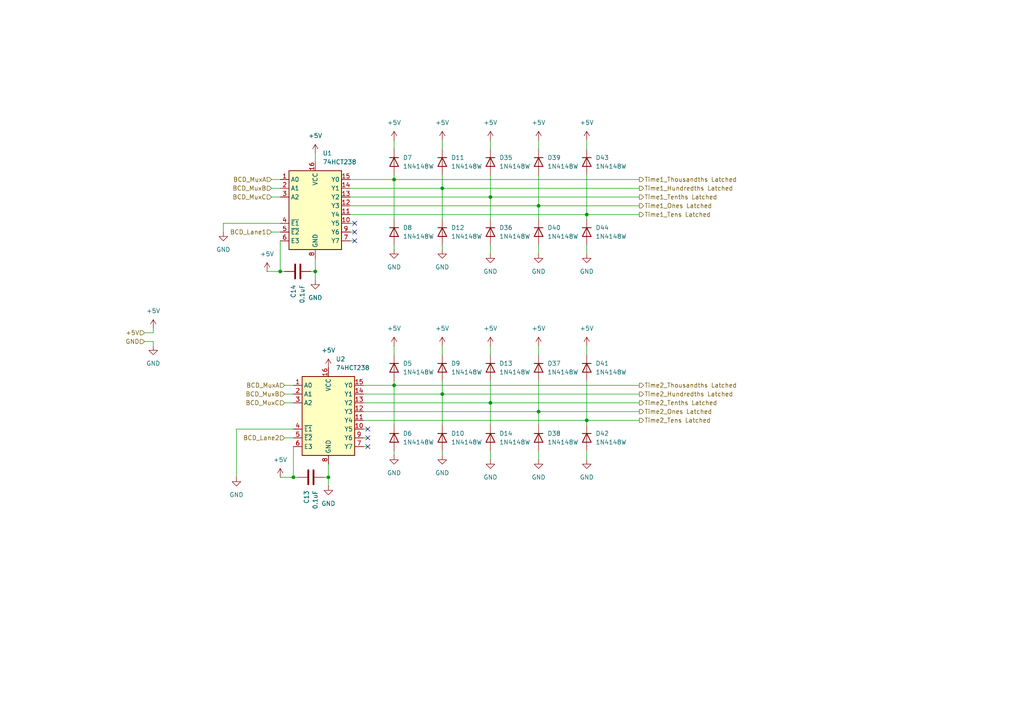
<source format=kicad_sch>
(kicad_sch (version 20250114) (generator "eeschema") (generator_version "9.0")
  (paper "A4")
  (lib_symbols
    (symbol "74xx:74HCT238"
      (property "Reference" "U" (at -7.62 13.97 0))
      (property "Value" "74HCT238" (at 2.54 -11.43 0))
      (symbol "74HCT238_0_1"
        (rectangle (start -7.62 12.7) (end 7.62 -10.16) (stroke (width 0.254)) (fill (type background)))
      )
      (symbol "74HCT238_1_1"
        (pin input line (at -10.16 10.16 0) (length 2.54) (name "A0") (number "1"))
        (pin input line (at -10.16 7.62 0) (length 2.54) (name "A1") (number "2"))
        (pin input line (at -10.16 5.08 0) (length 2.54) (name "A2") (number "3"))
        (pin input line (at -10.16 -2.54 0) (length 2.54) (name "~{E1}") (number "4"))
        (pin input line (at -10.16 -5.08 0) (length 2.54) (name "~{E2}") (number "5"))
        (pin input line (at -10.16 -7.62 0) (length 2.54) (name "E3") (number "6"))
        (pin power_in line (at 0 15.24 270) (length 2.54) (name "VCC") (number "16"))
        (pin power_in line (at 0 -12.7 90) (length 2.54) (name "GND") (number "8"))
        (pin output line (at 10.16 10.16 180) (length 2.54) (name "Y0") (number "15"))
        (pin output line (at 10.16 7.62 180) (length 2.54) (name "Y1") (number "14"))
        (pin output line (at 10.16 5.08 180) (length 2.54) (name "Y2") (number "13"))
        (pin output line (at 10.16 2.54 180) (length 2.54) (name "Y3") (number "12"))
        (pin output line (at 10.16 0 180) (length 2.54) (name "Y4") (number "11"))
        (pin output line (at 10.16 -2.54 180) (length 2.54) (name "Y5") (number "10"))
        (pin output line (at 10.16 -5.08 180) (length 2.54) (name "Y6") (number "9"))
        (pin output line (at 10.16 -7.62 180) (length 2.54) (name "Y7") (number "7"))
      )
    )
    (symbol "Device:C" (pin_numbers (hide yes)) (pin_names (offset 0.254))
      (property "Reference" "C" (at 0.635 2.54 0))
      (property "Value" "C" (at 0.635 -2.54 0))
      (symbol "C_0_1"
        (polyline (pts (xy -2.032 0.762) (xy 2.032 0.762)) (stroke (width 0.508)))
        (polyline (pts (xy -2.032 -0.762) (xy 2.032 -0.762)) (stroke (width 0.508)))
      )
      (symbol "C_1_1"
        (pin passive line (at 0 3.81 270) (length 2.794) (name "~") (number "1"))
        (pin passive line (at 0 -3.81 90) (length 2.794) (name "~") (number "2"))
      )
    )
    (symbol "Diode:1N4148W" (pin_numbers (hide yes)) (pin_names (hide yes))
      (property "Reference" "D" (at 0 2.54 0))
      (property "Value" "1N4148W" (at 0 -2.54 0))
      (symbol "1N4148W_0_1"
        (polyline (pts (xy -1.27 1.27) (xy -1.27 -1.27)) (stroke (width 0.254)))
        (polyline (pts (xy 1.27 1.27) (xy 1.27 -1.27) (xy -1.27 0) (xy 1.27 1.27)) (stroke (width 0.254)))
        (polyline (pts (xy 1.27 0) (xy -1.27 0)))
      )
      (symbol "1N4148W_1_1"
        (pin passive line (at -3.81 0 0) (length 2.54) (name "K") (number "1"))
        (pin passive line (at 3.81 0 180) (length 2.54) (name "A") (number "2"))
      )
    )
    (symbol "power:+5V" (power) (pin_numbers (hide yes)) (pin_names (offset 0) (hide yes))
      (property "Value" "+5V" (at 0 3.556 0))
      (symbol "+5V_0_1"
        (polyline (pts (xy -0.762 1.27) (xy 0 2.54)))
        (polyline (pts (xy 0 2.54) (xy 0.762 1.27)))
        (polyline (pts (xy 0 0) (xy 0 2.54)))
      )
      (symbol "+5V_1_1"
        (pin power_in line (at 0 0 90) (length 0) (name "~") (number "1"))
      )
    )
    (symbol "power:GND" (power) (pin_numbers (hide yes)) (pin_names (offset 0) (hide yes))
      (property "Value" "GND" (at 0 -3.81 0))
      (symbol "GND_0_1"
        (polyline (pts (xy 0 0) (xy 0 -1.27) (xy 1.27 -1.27) (xy 0 -2.54) (xy -1.27 -1.27) (xy 0 -1.27)))
      )
      (symbol "GND_1_1"
        (pin power_in line (at 0 0 270) (length 0) (name "~") (number "1"))
      )
    )
  )
  (junction (at 91.44 78.74))
  (junction (at 156.21 59.69))
  (junction (at 114.3 111.76))
  (junction (at 81.28 78.74))
  (junction (at 85.09 138.43))
  (junction (at 142.24 116.84))
  (junction (at 142.24 57.15))
  (junction (at 95.25 138.43))
  (junction (at 156.21 119.38))
  (junction (at 128.27 114.3))
  (junction (at 170.18 62.23))
  (junction (at 170.18 121.92))
  (junction (at 128.27 54.61))
  (junction (at 114.3 52.07))
  (no_connect (at 102.87 67.31))
  (no_connect (at 102.87 69.85))
  (no_connect (at 106.68 127))
  (no_connect (at 102.87 64.77))
  (no_connect (at 106.68 124.46))
  (no_connect (at 106.68 129.54))
  (wire (pts (xy 105.41 124.46) (xy 106.68 124.46)))
  (wire (pts (xy 78.74 57.15) (xy 81.28 57.15)))
  (wire (pts (xy 156.21 102.87) (xy 156.21 100.33)))
  (wire (pts (xy 114.3 40.64) (xy 114.3 43.18)))
  (wire (pts (xy 128.27 72.39) (xy 128.27 71.12)))
  (wire (pts (xy 68.58 124.46) (xy 85.09 124.46)))
  (wire (pts (xy 156.21 130.81) (xy 156.21 133.35)))
  (wire (pts (xy 170.18 62.23) (xy 170.18 50.8)))
  (wire (pts (xy 142.24 100.33) (xy 142.24 102.87)))
  (wire (pts (xy 93.98 138.43) (xy 95.25 138.43)))
  (wire (pts (xy 114.3 100.33) (xy 114.3 102.87)))
  (wire (pts (xy 91.44 74.93) (xy 91.44 78.74)))
  (wire (pts (xy 128.27 114.3) (xy 185.42 114.3)))
  (wire (pts (xy 101.6 54.61) (xy 128.27 54.61)))
  (wire (pts (xy 114.3 72.39) (xy 114.3 71.12)))
  (wire (pts (xy 156.21 119.38) (xy 185.42 119.38)))
  (wire (pts (xy 128.27 114.3) (xy 128.27 110.49)))
  (wire (pts (xy 156.21 71.12) (xy 156.21 73.66)))
  (wire (pts (xy 44.45 99.06) (xy 44.45 100.33)))
  (wire (pts (xy 41.91 99.06) (xy 44.45 99.06)))
  (wire (pts (xy 95.25 134.62) (xy 95.25 138.43)))
  (wire (pts (xy 114.3 110.49) (xy 114.3 111.76)))
  (wire (pts (xy 105.41 129.54) (xy 106.68 129.54)))
  (wire (pts (xy 101.6 64.77) (xy 102.87 64.77)))
  (wire (pts (xy 128.27 40.64) (xy 128.27 43.18)))
  (wire (pts (xy 170.18 121.92) (xy 185.42 121.92)))
  (wire (pts (xy 81.28 78.74) (xy 82.55 78.74)))
  (wire (pts (xy 105.41 127) (xy 106.68 127)))
  (wire (pts (xy 91.44 81.28) (xy 91.44 78.74)))
  (wire (pts (xy 142.24 57.15) (xy 142.24 63.5)))
  (wire (pts (xy 170.18 62.23) (xy 170.18 63.5)))
  (wire (pts (xy 128.27 54.61) (xy 128.27 63.5)))
  (wire (pts (xy 156.21 59.69) (xy 185.42 59.69)))
  (wire (pts (xy 114.3 111.76) (xy 114.3 123.19)))
  (wire (pts (xy 101.6 59.69) (xy 156.21 59.69)))
  (wire (pts (xy 170.18 100.33) (xy 170.18 102.87)))
  (wire (pts (xy 78.74 54.61) (xy 81.28 54.61)))
  (wire (pts (xy 68.58 138.43) (xy 68.58 124.46)))
  (wire (pts (xy 82.55 127) (xy 85.09 127)))
  (wire (pts (xy 105.41 114.3) (xy 128.27 114.3)))
  (wire (pts (xy 128.27 132.08) (xy 128.27 130.81)))
  (wire (pts (xy 101.6 69.85) (xy 102.87 69.85)))
  (wire (pts (xy 142.24 116.84) (xy 142.24 123.19)))
  (wire (pts (xy 142.24 57.15) (xy 142.24 50.8)))
  (wire (pts (xy 64.77 67.31) (xy 64.77 64.77)))
  (wire (pts (xy 77.47 78.74) (xy 81.28 78.74)))
  (wire (pts (xy 101.6 52.07) (xy 114.3 52.07)))
  (wire (pts (xy 156.21 59.69) (xy 156.21 63.5)))
  (wire (pts (xy 64.77 64.77) (xy 81.28 64.77)))
  (wire (pts (xy 170.18 121.92) (xy 170.18 123.19)))
  (wire (pts (xy 101.6 67.31) (xy 102.87 67.31)))
  (wire (pts (xy 85.09 138.43) (xy 86.36 138.43)))
  (wire (pts (xy 128.27 54.61) (xy 185.42 54.61)))
  (wire (pts (xy 156.21 59.69) (xy 156.21 50.8)))
  (wire (pts (xy 82.55 114.3) (xy 85.09 114.3)))
  (wire (pts (xy 156.21 43.18) (xy 156.21 40.64)))
  (wire (pts (xy 128.27 114.3) (xy 128.27 123.19)))
  (wire (pts (xy 105.41 119.38) (xy 156.21 119.38)))
  (wire (pts (xy 156.21 119.38) (xy 156.21 110.49)))
  (wire (pts (xy 114.3 52.07) (xy 114.3 63.5)))
  (wire (pts (xy 105.41 116.84) (xy 142.24 116.84)))
  (wire (pts (xy 90.17 78.74) (xy 91.44 78.74)))
  (wire (pts (xy 82.55 116.84) (xy 85.09 116.84)))
  (wire (pts (xy 101.6 62.23) (xy 170.18 62.23)))
  (wire (pts (xy 114.3 50.8) (xy 114.3 52.07)))
  (wire (pts (xy 142.24 130.81) (xy 142.24 133.35)))
  (wire (pts (xy 128.27 100.33) (xy 128.27 102.87)))
  (wire (pts (xy 85.09 129.54) (xy 85.09 138.43)))
  (wire (pts (xy 44.45 95.25) (xy 44.45 96.52)))
  (wire (pts (xy 128.27 54.61) (xy 128.27 50.8)))
  (wire (pts (xy 81.28 138.43) (xy 85.09 138.43)))
  (wire (pts (xy 142.24 110.49) (xy 142.24 116.84)))
  (wire (pts (xy 114.3 132.08) (xy 114.3 130.81)))
  (wire (pts (xy 78.74 52.07) (xy 81.28 52.07)))
  (wire (pts (xy 142.24 57.15) (xy 185.42 57.15)))
  (wire (pts (xy 101.6 57.15) (xy 142.24 57.15)))
  (wire (pts (xy 81.28 69.85) (xy 81.28 78.74)))
  (wire (pts (xy 142.24 116.84) (xy 185.42 116.84)))
  (wire (pts (xy 170.18 73.66) (xy 170.18 71.12)))
  (wire (pts (xy 142.24 71.12) (xy 142.24 73.66)))
  (wire (pts (xy 41.91 96.52) (xy 44.45 96.52)))
  (wire (pts (xy 114.3 52.07) (xy 185.42 52.07)))
  (wire (pts (xy 91.44 44.45) (xy 91.44 46.99)))
  (wire (pts (xy 142.24 40.64) (xy 142.24 43.18)))
  (wire (pts (xy 170.18 40.64) (xy 170.18 43.18)))
  (wire (pts (xy 95.25 140.97) (xy 95.25 138.43)))
  (wire (pts (xy 82.55 111.76) (xy 85.09 111.76)))
  (wire (pts (xy 156.21 119.38) (xy 156.21 123.19)))
  (wire (pts (xy 170.18 133.35) (xy 170.18 130.81)))
  (wire (pts (xy 78.74 67.31) (xy 81.28 67.31)))
  (wire (pts (xy 114.3 111.76) (xy 185.42 111.76)))
  (wire (pts (xy 170.18 62.23) (xy 185.42 62.23)))
  (wire (pts (xy 170.18 121.92) (xy 170.18 110.49)))
  (wire (pts (xy 105.41 121.92) (xy 170.18 121.92)))
  (wire (pts (xy 105.41 111.76) (xy 114.3 111.76)))
  (hierarchical_label "Time1_Tenths Latched" (shape output) (at 185.42 57.15 0))
  (hierarchical_label "Time2_Tens Latched" (shape output) (at 185.42 121.92 0))
  (hierarchical_label "Time2_Thousandths Latched" (shape output) (at 185.42 111.76 0))
  (hierarchical_label "Time2_Hundredths Latched" (shape output) (at 185.42 114.3 0))
  (hierarchical_label "BCD_MuxB" (shape input) (at 82.55 114.3 180))
  (hierarchical_label "Time2_Ones Latched" (shape output) (at 185.42 119.38 0))
  (hierarchical_label "BCD_MuxC" (shape input) (at 82.55 116.84 180))
  (hierarchical_label "BCD_Lane1" (shape input) (at 78.74 67.31 180))
  (hierarchical_label "BCD_MuxA" (shape input) (at 78.74 52.07 180))
  (hierarchical_label "Time1_Hundredths Latched" (shape output) (at 185.42 54.61 0))
  (hierarchical_label "Time1_Tens Latched" (shape output) (at 185.42 62.23 0))
  (hierarchical_label "BCD_MuxA" (shape input) (at 82.55 111.76 180))
  (hierarchical_label "+5V" (shape input) (at 41.91 96.52 180))
  (hierarchical_label "BCD_MuxB" (shape input) (at 78.74 54.61 180))
  (hierarchical_label "GND" (shape input) (at 41.91 99.06 180))
  (hierarchical_label "Time2_Tenths Latched" (shape output) (at 185.42 116.84 0))
  (hierarchical_label "BCD_MuxC" (shape input) (at 78.74 57.15 180))
  (hierarchical_label "Time1_Ones Latched" (shape output) (at 185.42 59.69 0))
  (hierarchical_label "Time1_Thousandths Latched" (shape output) (at 185.42 52.07 0))
  (hierarchical_label "BCD_Lane2" (shape input) (at 82.55 127 180))
  (symbol (lib_id "power:+5V") (at 156.21 40.64 0) (unit 1)
    (property "Reference" "#PWR040" (effects (hide yes)))
    (property "Value" "+5V" (at 156.21 35.56 0))
    (property "Description" "Power symbol creates a global label with name \"+5V\"" (effects (hide yes)))
  )
  (symbol (lib_id "Device:C") (at 86.36 78.74 90) (mirror x) (unit 1)
    (property "Reference" "C14" (at 85.0899 82.55 0) (effects (justify left)))
    (property "Value" "0.1uF" (at 87.6299 82.55 0) (effects (justify left)))
    (property "Footprint" "Capacitor_SMD:C_0805_2012Metric" (effects (hide yes)))
    (property "Description" "Unpolarized capacitor" (effects (hide yes)))
  )
  (symbol (lib_id "power:GND") (at 114.3 72.39 0) (unit 1)
    (property "Reference" "#PWR020" (effects (hide yes)))
    (property "Value" "GND" (at 114.3 77.47 0))
    (property "Description" "Power symbol creates a global label with name \"GND\" , ground" (effects (hide yes)))
  )
  (symbol (lib_id "Diode:1N4148W") (at 142.24 67.31 270) (unit 1)
    (property "Reference" "D36" (at 144.78 66.0399 90) (effects (justify left)))
    (property "Value" "1N4148W" (at 144.78 68.5799 90) (effects (justify left)))
    (property "Footprint" "Diode_SMD:D_SOD-123" (effects (hide yes)))
    (property "Datasheet" "https://www.vishay.com/docs/85748/1n4148w.pdf" (effects (hide yes)))
    (property "Description" "75V 0.15A Fast Switching Diode, SOD-123" (effects (hide yes)))
    (property "Sim.Device" "D" (effects (hide yes)))
    (property "Sim.Pins" "1=K 2=A" (effects (hide yes)))
  )
  (symbol (lib_id "Diode:1N4148W") (at 114.3 67.31 270) (unit 1)
    (property "Reference" "D8" (at 116.84 66.0399 90) (effects (justify left)))
    (property "Value" "1N4148W" (at 116.84 68.5799 90) (effects (justify left)))
    (property "Footprint" "Diode_SMD:D_SOD-123" (effects (hide yes)))
    (property "Datasheet" "https://www.vishay.com/docs/85748/1n4148w.pdf" (effects (hide yes)))
    (property "Description" "75V 0.15A Fast Switching Diode, SOD-123" (effects (hide yes)))
    (property "Sim.Device" "D" (effects (hide yes)))
    (property "Sim.Pins" "1=K 2=A" (effects (hide yes)))
  )
  (symbol (lib_id "Diode:1N4148W") (at 114.3 127 270) (unit 1)
    (property "Reference" "D6" (at 116.84 125.7299 90) (effects (justify left)))
    (property "Value" "1N4148W" (at 116.84 128.2699 90) (effects (justify left)))
    (property "Footprint" "Diode_SMD:D_SOD-123" (effects (hide yes)))
    (property "Datasheet" "https://www.vishay.com/docs/85748/1n4148w.pdf" (effects (hide yes)))
    (property "Description" "75V 0.15A Fast Switching Diode, SOD-123" (effects (hide yes)))
    (property "Sim.Device" "D" (effects (hide yes)))
    (property "Sim.Pins" "1=K 2=A" (effects (hide yes)))
  )
  (symbol (lib_id "power:GND") (at 170.18 73.66 0) (unit 1)
    (property "Reference" "#PWR045" (effects (hide yes)))
    (property "Value" "GND" (at 170.18 78.74 0))
    (property "Description" "Power symbol creates a global label with name \"GND\" , ground" (effects (hide yes)))
  )
  (symbol (lib_id "power:GND") (at 170.18 133.35 0) (unit 1)
    (property "Reference" "#PWR043" (effects (hide yes)))
    (property "Value" "GND" (at 170.18 138.43 0))
    (property "Description" "Power symbol creates a global label with name \"GND\" , ground" (effects (hide yes)))
  )
  (symbol (lib_id "power:GND") (at 95.25 140.97 0) (unit 1)
    (property "Reference" "#PWR062" (effects (hide yes)))
    (property "Value" "GND" (at 95.25 146.05 0))
    (property "Description" "Power symbol creates a global label with name \"GND\" , ground" (effects (hide yes)))
  )
  (symbol (lib_id "power:+5V") (at 142.24 100.33 0) (unit 1)
    (property "Reference" "#PWR029" (effects (hide yes)))
    (property "Value" "+5V" (at 142.24 95.25 0))
    (property "Description" "Power symbol creates a global label with name \"+5V\"" (effects (hide yes)))
  )
  (symbol (lib_id "Diode:1N4148W") (at 170.18 46.99 270) (unit 1)
    (property "Reference" "D43" (at 172.72 45.7199 90) (effects (justify left)))
    (property "Value" "1N4148W" (at 172.72 48.2599 90) (effects (justify left)))
    (property "Footprint" "Diode_SMD:D_SOD-123" (effects (hide yes)))
    (property "Datasheet" "https://www.vishay.com/docs/85748/1n4148w.pdf" (effects (hide yes)))
    (property "Description" "75V 0.15A Fast Switching Diode, SOD-123" (effects (hide yes)))
    (property "Sim.Device" "D" (effects (hide yes)))
    (property "Sim.Pins" "1=K 2=A" (effects (hide yes)))
  )
  (symbol (lib_id "power:+5V") (at 170.18 100.33 0) (unit 1)
    (property "Reference" "#PWR042" (effects (hide yes)))
    (property "Value" "+5V" (at 170.18 95.25 0))
    (property "Description" "Power symbol creates a global label with name \"+5V\"" (effects (hide yes)))
  )
  (symbol (lib_id "power:+5V") (at 170.18 40.64 0) (unit 1)
    (property "Reference" "#PWR044" (effects (hide yes)))
    (property "Value" "+5V" (at 170.18 35.56 0))
    (property "Description" "Power symbol creates a global label with name \"+5V\"" (effects (hide yes)))
  )
  (symbol (lib_id "Diode:1N4148W") (at 170.18 127 270) (unit 1)
    (property "Reference" "D42" (at 172.72 125.7299 90) (effects (justify left)))
    (property "Value" "1N4148W" (at 172.72 128.2699 90) (effects (justify left)))
    (property "Footprint" "Diode_SMD:D_SOD-123" (effects (hide yes)))
    (property "Datasheet" "https://www.vishay.com/docs/85748/1n4148w.pdf" (effects (hide yes)))
    (property "Description" "75V 0.15A Fast Switching Diode, SOD-123" (effects (hide yes)))
    (property "Sim.Device" "D" (effects (hide yes)))
    (property "Sim.Pins" "1=K 2=A" (effects (hide yes)))
  )
  (symbol (lib_id "Diode:1N4148W") (at 170.18 67.31 270) (unit 1)
    (property "Reference" "D44" (at 172.72 66.0399 90) (effects (justify left)))
    (property "Value" "1N4148W" (at 172.72 68.5799 90) (effects (justify left)))
    (property "Footprint" "Diode_SMD:D_SOD-123" (effects (hide yes)))
    (property "Datasheet" "https://www.vishay.com/docs/85748/1n4148w.pdf" (effects (hide yes)))
    (property "Description" "75V 0.15A Fast Switching Diode, SOD-123" (effects (hide yes)))
    (property "Sim.Device" "D" (effects (hide yes)))
    (property "Sim.Pins" "1=K 2=A" (effects (hide yes)))
  )
  (symbol (lib_id "power:GND") (at 64.77 67.31 0) (unit 1)
    (property "Reference" "#PWR027" (effects (hide yes)))
    (property "Value" "GND" (at 64.77 72.39 0))
    (property "Description" "Power symbol creates a global label with name \"GND\" , ground" (effects (hide yes)))
  )
  (symbol (lib_id "power:GND") (at 91.44 81.28 0) (unit 1)
    (property "Reference" "#PWR025" (effects (hide yes)))
    (property "Value" "GND" (at 91.44 86.36 0))
    (property "Description" "Power symbol creates a global label with name \"GND\" , ground" (effects (hide yes)))
  )
  (symbol (lib_id "power:GND") (at 68.58 138.43 0) (unit 1)
    (property "Reference" "#PWR059" (effects (hide yes)))
    (property "Value" "GND" (at 68.58 143.51 0))
    (property "Description" "Power symbol creates a global label with name \"GND\" , ground" (effects (hide yes)))
  )
  (symbol (lib_id "power:GND") (at 114.3 132.08 0) (unit 1)
    (property "Reference" "#PWR018" (effects (hide yes)))
    (property "Value" "GND" (at 114.3 137.16 0))
    (property "Description" "Power symbol creates a global label with name \"GND\" , ground" (effects (hide yes)))
  )
  (symbol (lib_id "power:+5V") (at 128.27 100.33 0) (unit 1)
    (property "Reference" "#PWR021" (effects (hide yes)))
    (property "Value" "+5V" (at 128.27 95.25 0))
    (property "Description" "Power symbol creates a global label with name \"+5V\"" (effects (hide yes)))
  )
  (symbol (lib_id "power:+5V") (at 81.28 138.43 0) (unit 1)
    (property "Reference" "#PWR060" (effects (hide yes)))
    (property "Value" "+5V" (at 81.28 133.35 0))
    (property "Description" "Power symbol creates a global label with name \"+5V\"" (effects (hide yes)))
  )
  (symbol (lib_id "Diode:1N4148W") (at 156.21 67.31 270) (unit 1)
    (property "Reference" "D40" (at 158.75 66.0399 90) (effects (justify left)))
    (property "Value" "1N4148W" (at 158.75 68.5799 90) (effects (justify left)))
    (property "Footprint" "Diode_SMD:D_SOD-123" (effects (hide yes)))
    (property "Datasheet" "https://www.vishay.com/docs/85748/1n4148w.pdf" (effects (hide yes)))
    (property "Description" "75V 0.15A Fast Switching Diode, SOD-123" (effects (hide yes)))
    (property "Sim.Device" "D" (effects (hide yes)))
    (property "Sim.Pins" "1=K 2=A" (effects (hide yes)))
  )
  (symbol (lib_id "power:+5V") (at 128.27 40.64 0) (unit 1)
    (property "Reference" "#PWR023" (effects (hide yes)))
    (property "Value" "+5V" (at 128.27 35.56 0))
    (property "Description" "Power symbol creates a global label with name \"+5V\"" (effects (hide yes)))
  )
  (symbol (lib_id "power:GND") (at 142.24 73.66 0) (unit 1)
    (property "Reference" "#PWR032" (effects (hide yes)))
    (property "Value" "GND" (at 142.24 78.74 0))
    (property "Description" "Power symbol creates a global label with name \"GND\" , ground" (effects (hide yes)))
  )
  (symbol (lib_id "Diode:1N4148W") (at 142.24 46.99 270) (unit 1)
    (property "Reference" "D35" (at 144.78 45.7199 90) (effects (justify left)))
    (property "Value" "1N4148W" (at 144.78 48.2599 90) (effects (justify left)))
    (property "Footprint" "Diode_SMD:D_SOD-123" (effects (hide yes)))
    (property "Datasheet" "https://www.vishay.com/docs/85748/1n4148w.pdf" (effects (hide yes)))
    (property "Description" "75V 0.15A Fast Switching Diode, SOD-123" (effects (hide yes)))
    (property "Sim.Device" "D" (effects (hide yes)))
    (property "Sim.Pins" "1=K 2=A" (effects (hide yes)))
  )
  (symbol (lib_id "Diode:1N4148W") (at 128.27 46.99 270) (unit 1)
    (property "Reference" "D11" (at 130.81 45.7199 90) (effects (justify left)))
    (property "Value" "1N4148W" (at 130.81 48.2599 90) (effects (justify left)))
    (property "Footprint" "Diode_SMD:D_SOD-123" (effects (hide yes)))
    (property "Datasheet" "https://www.vishay.com/docs/85748/1n4148w.pdf" (effects (hide yes)))
    (property "Description" "75V 0.15A Fast Switching Diode, SOD-123" (effects (hide yes)))
    (property "Sim.Device" "D" (effects (hide yes)))
    (property "Sim.Pins" "1=K 2=A" (effects (hide yes)))
  )
  (symbol (lib_id "Diode:1N4148W") (at 170.18 106.68 270) (unit 1)
    (property "Reference" "D41" (at 172.72 105.4099 90) (effects (justify left)))
    (property "Value" "1N4148W" (at 172.72 107.9499 90) (effects (justify left)))
    (property "Footprint" "Diode_SMD:D_SOD-123" (effects (hide yes)))
    (property "Datasheet" "https://www.vishay.com/docs/85748/1n4148w.pdf" (effects (hide yes)))
    (property "Description" "75V 0.15A Fast Switching Diode, SOD-123" (effects (hide yes)))
    (property "Sim.Device" "D" (effects (hide yes)))
    (property "Sim.Pins" "1=K 2=A" (effects (hide yes)))
  )
  (symbol (lib_id "power:GND") (at 128.27 72.39 0) (unit 1)
    (property "Reference" "#PWR024" (effects (hide yes)))
    (property "Value" "GND" (at 128.27 77.47 0))
    (property "Description" "Power symbol creates a global label with name \"GND\" , ground" (effects (hide yes)))
  )
  (symbol (lib_id "Diode:1N4148W") (at 114.3 106.68 270) (unit 1)
    (property "Reference" "D5" (at 116.84 105.4099 90) (effects (justify left)))
    (property "Value" "1N4148W" (at 116.84 107.9499 90) (effects (justify left)))
    (property "Footprint" "Diode_SMD:D_SOD-123" (effects (hide yes)))
    (property "Datasheet" "https://www.vishay.com/docs/85748/1n4148w.pdf" (effects (hide yes)))
    (property "Description" "75V 0.15A Fast Switching Diode, SOD-123" (effects (hide yes)))
    (property "Sim.Device" "D" (effects (hide yes)))
    (property "Sim.Pins" "1=K 2=A" (effects (hide yes)))
  )
  (symbol (lib_id "Device:C") (at 90.17 138.43 90) (mirror x) (unit 1)
    (property "Reference" "C13" (at 88.8999 142.24 0) (effects (justify left)))
    (property "Value" "0.1uF" (at 91.4399 142.24 0) (effects (justify left)))
    (property "Footprint" "Capacitor_SMD:C_0805_2012Metric" (effects (hide yes)))
    (property "Description" "Unpolarized capacitor" (effects (hide yes)))
  )
  (symbol (lib_id "power:GND") (at 44.45 100.33 0) (unit 1)
    (property "Reference" "#PWR0107" (effects (hide yes)))
    (property "Value" "GND" (at 44.45 105.41 0))
    (property "Description" "Power symbol creates a global label with name \"GND\" , ground" (effects (hide yes)))
  )
  (symbol (lib_id "Diode:1N4148W") (at 114.3 46.99 270) (unit 1)
    (property "Reference" "D7" (at 116.84 45.7199 90) (effects (justify left)))
    (property "Value" "1N4148W" (at 116.84 48.2599 90) (effects (justify left)))
    (property "Footprint" "Diode_SMD:D_SOD-123" (effects (hide yes)))
    (property "Datasheet" "https://www.vishay.com/docs/85748/1n4148w.pdf" (effects (hide yes)))
    (property "Description" "75V 0.15A Fast Switching Diode, SOD-123" (effects (hide yes)))
    (property "Sim.Device" "D" (effects (hide yes)))
    (property "Sim.Pins" "1=K 2=A" (effects (hide yes)))
  )
  (symbol (lib_id "Diode:1N4148W") (at 128.27 127 270) (unit 1)
    (property "Reference" "D10" (at 130.81 125.7299 90) (effects (justify left)))
    (property "Value" "1N4148W" (at 130.81 128.2699 90) (effects (justify left)))
    (property "Footprint" "Diode_SMD:D_SOD-123" (effects (hide yes)))
    (property "Datasheet" "https://www.vishay.com/docs/85748/1n4148w.pdf" (effects (hide yes)))
    (property "Description" "75V 0.15A Fast Switching Diode, SOD-123" (effects (hide yes)))
    (property "Sim.Device" "D" (effects (hide yes)))
    (property "Sim.Pins" "1=K 2=A" (effects (hide yes)))
  )
  (symbol (lib_id "power:+5V") (at 44.45 95.25 0) (unit 1)
    (property "Reference" "#PWR0106" (effects (hide yes)))
    (property "Value" "+5V" (at 44.45 90.17 0))
    (property "Description" "Power symbol creates a global label with name \"+5V\"" (effects (hide yes)))
  )
  (symbol (lib_id "Diode:1N4148W") (at 156.21 127 270) (unit 1)
    (property "Reference" "D38" (at 158.75 125.7299 90) (effects (justify left)))
    (property "Value" "1N4148W" (at 158.75 128.2699 90) (effects (justify left)))
    (property "Footprint" "Diode_SMD:D_SOD-123" (effects (hide yes)))
    (property "Datasheet" "https://www.vishay.com/docs/85748/1n4148w.pdf" (effects (hide yes)))
    (property "Description" "75V 0.15A Fast Switching Diode, SOD-123" (effects (hide yes)))
    (property "Sim.Device" "D" (effects (hide yes)))
    (property "Sim.Pins" "1=K 2=A" (effects (hide yes)))
  )
  (symbol (lib_id "power:+5V") (at 114.3 40.64 0) (unit 1)
    (property "Reference" "#PWR019" (effects (hide yes)))
    (property "Value" "+5V" (at 114.3 35.56 0))
    (property "Description" "Power symbol creates a global label with name \"+5V\"" (effects (hide yes)))
  )
  (symbol (lib_id "power:GND") (at 156.21 73.66 0) (unit 1)
    (property "Reference" "#PWR041" (effects (hide yes)))
    (property "Value" "GND" (at 156.21 78.74 0))
    (property "Description" "Power symbol creates a global label with name \"GND\" , ground" (effects (hide yes)))
  )
  (symbol (lib_id "power:+5V") (at 77.47 78.74 0) (unit 1)
    (property "Reference" "#PWR028" (effects (hide yes)))
    (property "Value" "+5V" (at 77.47 73.66 0))
    (property "Description" "Power symbol creates a global label with name \"+5V\"" (effects (hide yes)))
  )
  (symbol (lib_id "power:+5V") (at 142.24 40.64 0) (unit 1)
    (property "Reference" "#PWR031" (effects (hide yes)))
    (property "Value" "+5V" (at 142.24 35.56 0))
    (property "Description" "Power symbol creates a global label with name \"+5V\"" (effects (hide yes)))
  )
  (symbol (lib_id "Diode:1N4148W") (at 142.24 127 270) (unit 1)
    (property "Reference" "D14" (at 144.78 125.7299 90) (effects (justify left)))
    (property "Value" "1N4148W" (at 144.78 128.2699 90) (effects (justify left)))
    (property "Footprint" "Diode_SMD:D_SOD-123" (effects (hide yes)))
    (property "Datasheet" "https://www.vishay.com/docs/85748/1n4148w.pdf" (effects (hide yes)))
    (property "Description" "75V 0.15A Fast Switching Diode, SOD-123" (effects (hide yes)))
    (property "Sim.Device" "D" (effects (hide yes)))
    (property "Sim.Pins" "1=K 2=A" (effects (hide yes)))
  )
  (symbol (lib_id "74xx:74HCT238") (at 91.44 62.23 0) (unit 1)
    (property "Reference" "U1" (at 93.5833 44.45 0) (effects (justify left)))
    (property "Value" "74HCT238" (at 93.5833 46.99 0) (effects (justify left)))
    (property "Footprint" "Package_SO:SOIC-16_3.9x9.9mm_P1.27mm" (effects (hide yes)))
    (property "Datasheet" "https://www.ti.com/lit/ds/symlink/cd74hc238.pdf" (effects (hide yes)))
    (property "Description" "3-to-8 line decoder/multiplexer, DIP-16/SOIC-16/SSOP-16" (effects (hide yes)))
  )
  (symbol (lib_id "power:+5V") (at 156.21 100.33 0) (unit 1)
    (property "Reference" "#PWR038" (effects (hide yes)))
    (property "Value" "+5V" (at 156.21 95.25 0))
    (property "Description" "Power symbol creates a global label with name \"+5V\"" (effects (hide yes)))
  )
  (symbol (lib_id "power:GND") (at 128.27 132.08 0) (unit 1)
    (property "Reference" "#PWR022" (effects (hide yes)))
    (property "Value" "GND" (at 128.27 137.16 0))
    (property "Description" "Power symbol creates a global label with name \"GND\" , ground" (effects (hide yes)))
  )
  (symbol (lib_id "power:+5V") (at 95.25 106.68 0) (unit 1)
    (property "Reference" "#PWR061" (effects (hide yes)))
    (property "Value" "+5V" (at 95.25 101.6 0))
    (property "Description" "Power symbol creates a global label with name \"+5V\"" (effects (hide yes)))
  )
  (symbol (lib_id "power:+5V") (at 91.44 44.45 0) (unit 1)
    (property "Reference" "#PWR026" (effects (hide yes)))
    (property "Value" "+5V" (at 91.44 39.37 0))
    (property "Description" "Power symbol creates a global label with name \"+5V\"" (effects (hide yes)))
  )
  (symbol (lib_id "power:+5V") (at 114.3 100.33 0) (unit 1)
    (property "Reference" "#PWR017" (effects (hide yes)))
    (property "Value" "+5V" (at 114.3 95.25 0))
    (property "Description" "Power symbol creates a global label with name \"+5V\"" (effects (hide yes)))
  )
  (symbol (lib_id "Diode:1N4148W") (at 142.24 106.68 270) (unit 1)
    (property "Reference" "D13" (at 144.78 105.4099 90) (effects (justify left)))
    (property "Value" "1N4148W" (at 144.78 107.9499 90) (effects (justify left)))
    (property "Footprint" "Diode_SMD:D_SOD-123" (effects (hide yes)))
    (property "Datasheet" "https://www.vishay.com/docs/85748/1n4148w.pdf" (effects (hide yes)))
    (property "Description" "75V 0.15A Fast Switching Diode, SOD-123" (effects (hide yes)))
    (property "Sim.Device" "D" (effects (hide yes)))
    (property "Sim.Pins" "1=K 2=A" (effects (hide yes)))
  )
  (symbol (lib_id "74xx:74HCT238") (at 95.25 121.92 0) (unit 1)
    (property "Reference" "U2" (at 97.3933 104.14 0) (effects (justify left)))
    (property "Value" "74HCT238" (at 97.3933 106.68 0) (effects (justify left)))
    (property "Footprint" "Package_SO:SOIC-16_3.9x9.9mm_P1.27mm" (effects (hide yes)))
    (property "Datasheet" "https://www.ti.com/lit/ds/symlink/cd74hc238.pdf" (effects (hide yes)))
    (property "Description" "3-to-8 line decoder/multiplexer, DIP-16/SOIC-16/SSOP-16" (effects (hide yes)))
  )
  (symbol (lib_id "power:GND") (at 156.21 133.35 0) (unit 1)
    (property "Reference" "#PWR039" (effects (hide yes)))
    (property "Value" "GND" (at 156.21 138.43 0))
    (property "Description" "Power symbol creates a global label with name \"GND\" , ground" (effects (hide yes)))
  )
  (symbol (lib_id "power:GND") (at 142.24 133.35 0) (unit 1)
    (property "Reference" "#PWR030" (effects (hide yes)))
    (property "Value" "GND" (at 142.24 138.43 0))
    (property "Description" "Power symbol creates a global label with name \"GND\" , ground" (effects (hide yes)))
  )
  (symbol (lib_id "Diode:1N4148W") (at 156.21 106.68 270) (unit 1)
    (property "Reference" "D37" (at 158.75 105.4099 90) (effects (justify left)))
    (property "Value" "1N4148W" (at 158.75 107.9499 90) (effects (justify left)))
    (property "Footprint" "Diode_SMD:D_SOD-123" (effects (hide yes)))
    (property "Datasheet" "https://www.vishay.com/docs/85748/1n4148w.pdf" (effects (hide yes)))
    (property "Description" "75V 0.15A Fast Switching Diode, SOD-123" (effects (hide yes)))
    (property "Sim.Device" "D" (effects (hide yes)))
    (property "Sim.Pins" "1=K 2=A" (effects (hide yes)))
  )
  (symbol (lib_id "Diode:1N4148W") (at 128.27 106.68 270) (unit 1)
    (property "Reference" "D9" (at 130.81 105.4099 90) (effects (justify left)))
    (property "Value" "1N4148W" (at 130.81 107.9499 90) (effects (justify left)))
    (property "Footprint" "Diode_SMD:D_SOD-123" (effects (hide yes)))
    (property "Datasheet" "https://www.vishay.com/docs/85748/1n4148w.pdf" (effects (hide yes)))
    (property "Description" "75V 0.15A Fast Switching Diode, SOD-123" (effects (hide yes)))
    (property "Sim.Device" "D" (effects (hide yes)))
    (property "Sim.Pins" "1=K 2=A" (effects (hide yes)))
  )
  (symbol (lib_id "Diode:1N4148W") (at 156.21 46.99 270) (unit 1)
    (property "Reference" "D39" (at 158.75 45.7199 90) (effects (justify left)))
    (property "Value" "1N4148W" (at 158.75 48.2599 90) (effects (justify left)))
    (property "Footprint" "Diode_SMD:D_SOD-123" (effects (hide yes)))
    (property "Datasheet" "https://www.vishay.com/docs/85748/1n4148w.pdf" (effects (hide yes)))
    (property "Description" "75V 0.15A Fast Switching Diode, SOD-123" (effects (hide yes)))
    (property "Sim.Device" "D" (effects (hide yes)))
    (property "Sim.Pins" "1=K 2=A" (effects (hide yes)))
  )
  (symbol (lib_id "Diode:1N4148W") (at 128.27 67.31 270) (unit 1)
    (property "Reference" "D12" (at 130.81 66.0399 90) (effects (justify left)))
    (property "Value" "1N4148W" (at 130.81 68.5799 90) (effects (justify left)))
    (property "Footprint" "Diode_SMD:D_SOD-123" (effects (hide yes)))
    (property "Datasheet" "https://www.vishay.com/docs/85748/1n4148w.pdf" (effects (hide yes)))
    (property "Description" "75V 0.15A Fast Switching Diode, SOD-123" (effects (hide yes)))
    (property "Sim.Device" "D" (effects (hide yes)))
    (property "Sim.Pins" "1=K 2=A" (effects (hide yes)))
  )
)
</source>
